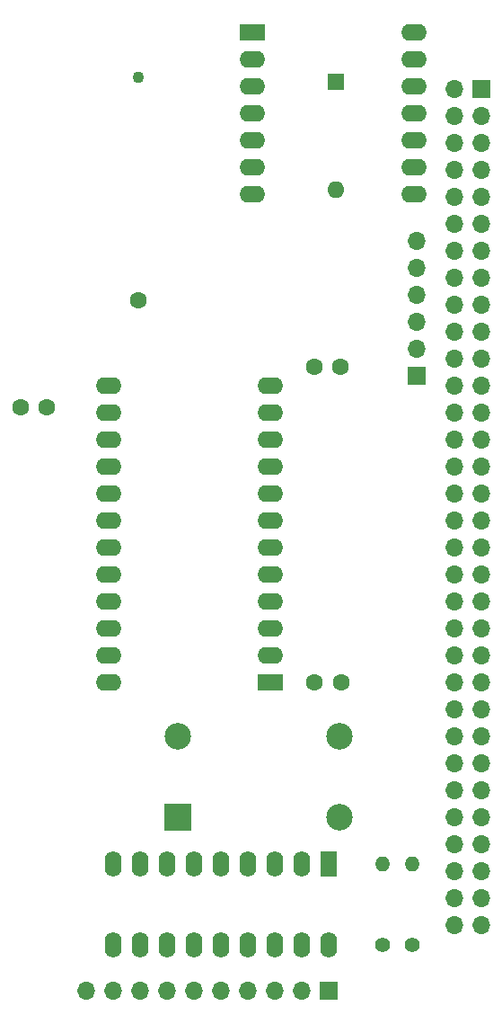
<source format=gbs>
G04 #@! TF.GenerationSoftware,KiCad,Pcbnew,(7.0.0)*
G04 #@! TF.CreationDate,2024-08-23T18:02:30-04:00*
G04 #@! TF.ProjectId,LB-68B50-01,4c422d36-3842-4353-902d-30312e6b6963,1*
G04 #@! TF.SameCoordinates,Original*
G04 #@! TF.FileFunction,Soldermask,Bot*
G04 #@! TF.FilePolarity,Negative*
%FSLAX46Y46*%
G04 Gerber Fmt 4.6, Leading zero omitted, Abs format (unit mm)*
G04 Created by KiCad (PCBNEW (7.0.0)) date 2024-08-23 18:02:30*
%MOMM*%
%LPD*%
G01*
G04 APERTURE LIST*
%ADD10R,1.700000X1.700000*%
%ADD11O,1.700000X1.700000*%
%ADD12R,2.400000X1.600000*%
%ADD13O,2.400000X1.600000*%
%ADD14C,1.100000*%
%ADD15C,1.600000*%
%ADD16R,1.600000X2.400000*%
%ADD17O,1.600000X2.400000*%
%ADD18R,1.600000X1.600000*%
%ADD19O,1.600000X1.600000*%
%ADD20C,1.400000*%
%ADD21O,1.400000X1.400000*%
%ADD22R,2.500000X2.500000*%
%ADD23C,2.500000*%
G04 APERTURE END LIST*
D10*
X173812199Y-81610199D03*
D11*
X173812199Y-79070199D03*
X173812199Y-76530199D03*
X173812199Y-73990199D03*
X173812199Y-71450199D03*
X173812199Y-68910199D03*
D10*
X179889999Y-54614999D03*
D11*
X177349999Y-54614999D03*
X179889999Y-57154999D03*
X177349999Y-57154999D03*
X179889999Y-59694999D03*
X177349999Y-59694999D03*
X179889999Y-62234999D03*
X177349999Y-62234999D03*
X179889999Y-64774999D03*
X177349999Y-64774999D03*
X179889999Y-67314999D03*
X177349999Y-67314999D03*
X179889999Y-69854999D03*
X177349999Y-69854999D03*
X179889999Y-72394999D03*
X177349999Y-72394999D03*
X179889999Y-74934999D03*
X177349999Y-74934999D03*
X179889999Y-77474999D03*
X177349999Y-77474999D03*
X179889999Y-80014999D03*
X177349999Y-80014999D03*
X179889999Y-82554999D03*
X177349999Y-82554999D03*
X179889999Y-85094999D03*
X177349999Y-85094999D03*
X179889999Y-87634999D03*
X177349999Y-87634999D03*
X179889999Y-90174999D03*
X177349999Y-90174999D03*
X179889999Y-92714999D03*
X177349999Y-92714999D03*
X179889999Y-95254999D03*
X177349999Y-95254999D03*
X179889999Y-97794999D03*
X177349999Y-97794999D03*
X179889999Y-100334999D03*
X177349999Y-100334999D03*
X179889999Y-102874999D03*
X177349999Y-102874999D03*
X179889999Y-105414999D03*
X177349999Y-105414999D03*
X179889999Y-107954999D03*
X177349999Y-107954999D03*
X179889999Y-110494999D03*
X177349999Y-110494999D03*
X179889999Y-113034999D03*
X177349999Y-113034999D03*
X179889999Y-115574999D03*
X177349999Y-115574999D03*
X179889999Y-118114999D03*
X177349999Y-118114999D03*
X179889999Y-120654999D03*
X177349999Y-120654999D03*
X179889999Y-123194999D03*
X177349999Y-123194999D03*
X179889999Y-125734999D03*
X177349999Y-125734999D03*
X179889999Y-128274999D03*
X177349999Y-128274999D03*
X179889999Y-130814999D03*
X177349999Y-130814999D03*
X179889999Y-133354999D03*
X177349999Y-133354999D03*
D12*
X159999999Y-110494999D03*
D13*
X159999999Y-107954999D03*
X159999999Y-105414999D03*
X159999999Y-102874999D03*
X159999999Y-100334999D03*
X159999999Y-97794999D03*
X159999999Y-95254999D03*
X159999999Y-92714999D03*
X159999999Y-90174999D03*
X159999999Y-87634999D03*
X159999999Y-85094999D03*
X159999999Y-82554999D03*
X144759999Y-82554999D03*
X144759999Y-85094999D03*
X144759999Y-87634999D03*
X144759999Y-90174999D03*
X144759999Y-92714999D03*
X144759999Y-95254999D03*
X144759999Y-97794999D03*
X144759999Y-100334999D03*
X144759999Y-102874999D03*
X144759999Y-105414999D03*
X144759999Y-107954999D03*
X144759999Y-110494999D03*
D14*
X147487500Y-53524000D03*
D15*
X147487500Y-74524000D03*
D16*
X165470999Y-127619999D03*
D17*
X162930999Y-127619999D03*
X160390999Y-127619999D03*
X157850999Y-127619999D03*
X155310999Y-127619999D03*
X152770999Y-127619999D03*
X150230999Y-127619999D03*
X147690999Y-127619999D03*
X145150999Y-127619999D03*
X145150999Y-135239999D03*
X147690999Y-135239999D03*
X150230999Y-135239999D03*
X152770999Y-135239999D03*
X155310999Y-135239999D03*
X157850999Y-135239999D03*
X160390999Y-135239999D03*
X162930999Y-135239999D03*
X165470999Y-135239999D03*
D12*
X158241999Y-49275999D03*
D13*
X158241999Y-51815999D03*
X158241999Y-54355999D03*
X158241999Y-56895999D03*
X158241999Y-59435999D03*
X158241999Y-61975999D03*
X158241999Y-64515999D03*
X173481999Y-64515999D03*
X173481999Y-61975999D03*
X173481999Y-59435999D03*
X173481999Y-56895999D03*
X173481999Y-54355999D03*
X173481999Y-51815999D03*
X173481999Y-49275999D03*
D15*
X164124000Y-110490000D03*
X166624000Y-110490000D03*
X138918000Y-84582000D03*
X136418000Y-84582000D03*
D18*
X166115999Y-53949599D03*
D19*
X166115999Y-64109599D03*
D20*
X170561000Y-135255000D03*
D21*
X170560999Y-127634999D03*
D10*
X165475999Y-139515999D03*
D11*
X162935999Y-139515999D03*
X160395999Y-139515999D03*
X157855999Y-139515999D03*
X155315999Y-139515999D03*
X152775999Y-139515999D03*
X150235999Y-139515999D03*
X147695999Y-139515999D03*
X145155999Y-139515999D03*
X142615999Y-139515999D03*
D22*
X151256999Y-123189999D03*
D23*
X166497000Y-123190000D03*
X166497000Y-115570000D03*
X151257000Y-115570000D03*
D20*
X173355000Y-135255000D03*
D21*
X173354999Y-127634999D03*
D15*
X166604000Y-80772000D03*
X164104000Y-80772000D03*
M02*

</source>
